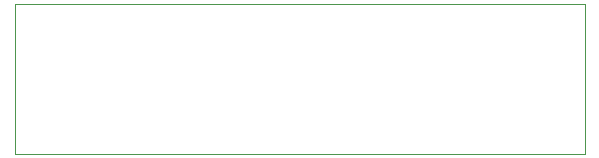
<source format=gm1>
G04 #@! TF.GenerationSoftware,KiCad,Pcbnew,(5.1.5)-3*
G04 #@! TF.CreationDate,2020-05-09T19:05:57+01:00*
G04 #@! TF.ProjectId,gardenlight,67617264-656e-46c6-9967-68742e6b6963,1.0.0*
G04 #@! TF.SameCoordinates,Original*
G04 #@! TF.FileFunction,Profile,NP*
%FSLAX46Y46*%
G04 Gerber Fmt 4.6, Leading zero omitted, Abs format (unit mm)*
G04 Created by KiCad (PCBNEW (5.1.5)-3) date 2020-05-09 19:05:57*
%MOMM*%
%LPD*%
G04 APERTURE LIST*
%ADD10C,0.050000*%
G04 APERTURE END LIST*
D10*
X96520000Y-92710000D02*
X96520000Y-80010000D01*
X144780000Y-92710000D02*
X96520000Y-92710000D01*
X144780000Y-80010000D02*
X144780000Y-92710000D01*
X96520000Y-80010000D02*
X144780000Y-80010000D01*
M02*

</source>
